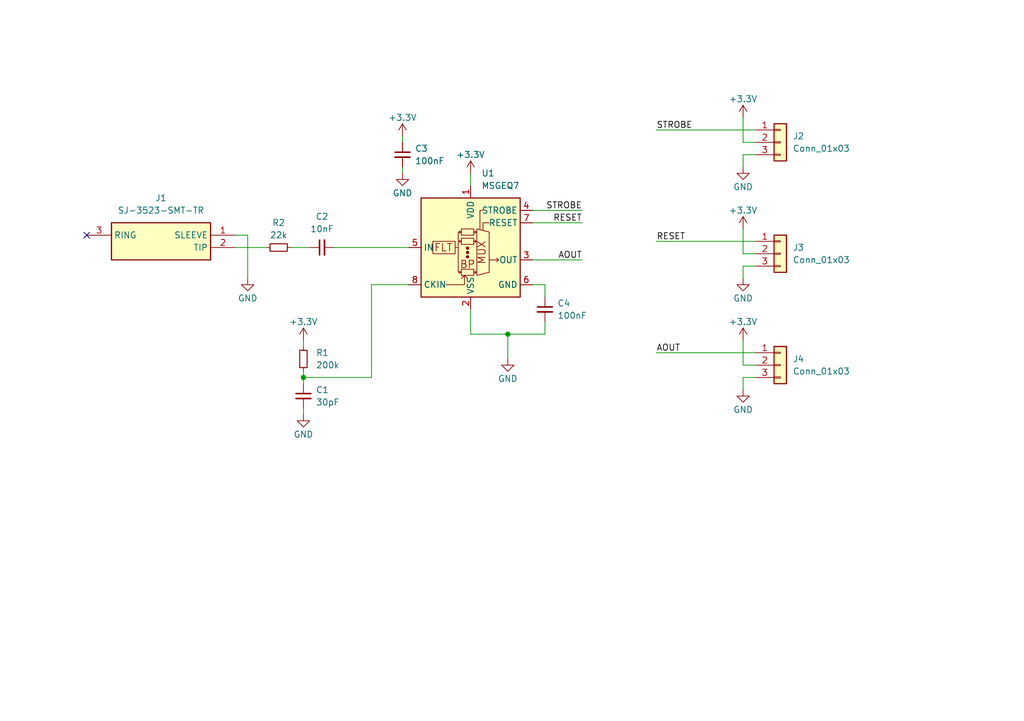
<source format=kicad_sch>
(kicad_sch (version 20231120) (generator "eeschema") (generator_version "8.0")
  (paper "A5")
  (lib_symbols
    (symbol "Appreciate:SJ-3523-SMT-TR"
      (property "Reference" "J" (at 26.67 7.62 0))
      (property "Value" "SJ-3523-SMT-TR" (at 26.67 5.08 0))
      (symbol "SJ-3523-SMT-TR_1_1"
        (rectangle (start 5.08 2.54) (end 25.4 -5.08) (stroke (width 0.254)) (fill (type background)))
        (pin passive line (at 0 0 0) (length 5.08) (name "SLEEVE") (number "1"))
        (pin passive line (at 0 -2.54 0) (length 5.08) (name "TIP") (number "2"))
        (pin passive line (at 30.48 0 180) (length 5.08) (name "RING") (number "3"))
      )
    )
    (symbol "Audio:MSGEQ7"
      (property "Reference" "U" (at -2.54 13.97 0))
      (property "Value" "MSGEQ7" (at -2.54 11.43 0))
      (symbol "MSGEQ7_0_0"
        (polyline (pts (xy -5.08 -7.62) (xy -1.27 -7.62) (xy -1.27 -5.715)))
        (polyline (pts (xy -1.905 -6.35) (xy -1.27 -5.715) (xy -0.635 -6.35)))
        (polyline (pts (xy 2.54 7.62) (xy 1.905 7.62) (xy 1.905 3.683)))
        (polyline (pts (xy 3.81 5.08) (xy 2.54 5.08) (xy 2.54 3.556)))
        (text "BP" (at -0.635 -3.429 0) (effects (font (size 1.524 1.524))))
        (text "FLT" (at -5.588 0 0) (effects (font (size 1.524 1.524))))
        (text "MUX" (at 2.286 -1.016 900) (effects (font (size 1.524 1.524))))
      )
      (symbol "MSGEQ7_0_1"
        (rectangle (start -3.175 -1.27) (end -7.747 1.27))
        (rectangle (start -1.905 -4.445) (end 0.635 -5.715))
        (rectangle (start -1.905 1.905) (end 0.635 0.635))
        (circle (center -0.635 -1.905) (radius 0.254) (fill (type outline)))
        (circle (center -0.635 -1.016) (radius 0.254) (fill (type outline)))
        (circle (center -0.635 -0.127) (radius 0.254) (fill (type outline)))
        (polyline (pts (xy -3.175 0) (xy -2.54 0)))
        (polyline (pts (xy -2.54 1.27) (xy -1.905 1.27)))
        (polyline (pts (xy 0.635 -5.08) (xy 1.27 -5.08)))
        (polyline (pts (xy 0.635 1.27) (xy 1.27 1.27)))
        (polyline (pts (xy 0.635 3.175) (xy 1.27 3.175)))
        (polyline (pts (xy 3.81 -2.54) (xy 5.715 -2.54)))
        (polyline (pts (xy 5.715 -2.54) (xy 5.334 -2.921)))
        (polyline (pts (xy 5.715 -2.54) (xy 5.334 -2.159)))
        (polyline (pts (xy -2.286 -4.826) (xy -2.032 -5.08) (xy -2.286 -5.334)))
        (polyline (pts (xy -2.286 1.524) (xy -2.032 1.27) (xy -2.286 1.016)))
        (polyline (pts (xy -2.286 3.429) (xy -2.032 3.175) (xy -2.286 2.921)))
        (polyline (pts (xy 0.889 -4.826) (xy 1.143 -5.08) (xy 0.889 -5.334)))
        (polyline (pts (xy 0.889 1.524) (xy 1.143 1.27) (xy 0.889 1.016)))
        (polyline (pts (xy 0.889 3.429) (xy 1.143 3.175) (xy 0.889 2.921)))
        (polyline (pts (xy -1.905 3.175) (xy -2.54 3.175) (xy -2.54 -5.08) (xy -1.905 -5.08)))
        (polyline (pts (xy 1.27 3.81) (xy 1.27 -5.715) (xy 3.81 -5.08) (xy 3.81 3.175) (xy 1.27 3.81)))
        (rectangle (start 0.635 2.54) (end -1.905 3.81))
        (rectangle (start 10.16 10.16) (end -10.16 -10.16) (stroke (width 0.254)) (fill (type background)))
      )
      (symbol "MSGEQ7_1_1"
        (pin power_in line (at 0 12.7 270) (length 2.54) (name "VDD") (number "1"))
        (pin power_in line (at 0 -12.7 90) (length 2.54) (name "VSS") (number "2"))
        (pin output line (at 12.7 -2.54 180) (length 2.54) (name "OUT") (number "3"))
        (pin input line (at 12.7 7.62 180) (length 2.54) (name "STROBE") (number "4"))
        (pin input line (at -12.7 0 0) (length 2.54) (name "IN") (number "5"))
        (pin power_out line (at 12.7 -7.62 180) (length 2.54) (name "GND") (number "6"))
        (pin input line (at 12.7 5.08 180) (length 2.54) (name "RESET") (number "7"))
        (pin input line (at -12.7 -7.62 0) (length 2.54) (name "CKIN") (number "8"))
      )
    )
    (symbol "Connector_Generic:Conn_01x03" (pin_names (offset 1.016) hide)
      (property "Reference" "J" (at 0 5.08 0))
      (property "Value" "Conn_01x03" (at 0 -5.08 0))
      (symbol "Conn_01x03_1_1"
        (rectangle (start -1.27 -2.413) (end 0 -2.667) (stroke (width 0.1524)))
        (rectangle (start -1.27 0.127) (end 0 -0.127) (stroke (width 0.1524)))
        (rectangle (start -1.27 2.667) (end 0 2.413) (stroke (width 0.1524)))
        (rectangle (start -1.27 3.81) (end 1.27 -3.81) (stroke (width 0.254)) (fill (type background)))
        (pin passive line (at -5.08 2.54 0) (length 3.81) (name "Pin_1") (number "1"))
        (pin passive line (at -5.08 0 0) (length 3.81) (name "Pin_2") (number "2"))
        (pin passive line (at -5.08 -2.54 0) (length 3.81) (name "Pin_3") (number "3"))
      )
    )
    (symbol "Device:C_Small" (pin_numbers hide) (pin_names (offset 0.254) hide)
      (property "Reference" "C" (at 0.254 1.778 0))
      (property "Value" "C_Small" (at 0.254 -2.032 0))
      (symbol "C_Small_0_1"
        (polyline (pts (xy -1.524 -0.508) (xy 1.524 -0.508)) (stroke (width 0.3302)))
        (polyline (pts (xy -1.524 0.508) (xy 1.524 0.508)) (stroke (width 0.3048)))
      )
      (symbol "C_Small_1_1"
        (pin passive line (at 0 2.54 270) (length 2.032) (name "~") (number "1"))
        (pin passive line (at 0 -2.54 90) (length 2.032) (name "~") (number "2"))
      )
    )
    (symbol "Device:R_Small" (pin_numbers hide) (pin_names (offset 0.254) hide)
      (property "Reference" "R" (at 0.762 0.508 0))
      (property "Value" "R_Small" (at 0.762 -1.016 0))
      (symbol "R_Small_0_1"
        (rectangle (start -0.762 1.778) (end 0.762 -1.778) (stroke (width 0.2032)))
      )
      (symbol "R_Small_1_1"
        (pin passive line (at 0 2.54 270) (length 0.762) (name "~") (number "1"))
        (pin passive line (at 0 -2.54 90) (length 0.762) (name "~") (number "2"))
      )
    )
    (symbol "power:+3.3V" (power) (pin_numbers hide) (pin_names (offset 0) hide)
      (property "Value" "+3.3V" (at 0 3.556 0))
      (symbol "+3.3V_0_1"
        (polyline (pts (xy -0.762 1.27) (xy 0 2.54)))
        (polyline (pts (xy 0 0) (xy 0 2.54)))
        (polyline (pts (xy 0 2.54) (xy 0.762 1.27)))
      )
      (symbol "+3.3V_1_1"
        (pin power_in line (at 0 0 90) (length 0) (name "~") (number "1"))
      )
    )
    (symbol "power:GND" (power) (pin_numbers hide) (pin_names (offset 0) hide)
      (property "Value" "GND" (at 0 -3.81 0))
      (symbol "GND_0_1"
        (polyline (pts (xy 0 0) (xy 0 -1.27) (xy 1.27 -1.27) (xy 0 -2.54) (xy -1.27 -1.27) (xy 0 -1.27)))
      )
      (symbol "GND_1_1"
        (pin power_in line (at 0 0 270) (length 0) (name "~") (number "1"))
      )
    )
  )
  (junction (at 62.23 77.47))
  (junction (at 104.14 68.58))
  (no_connect (at 17.78 48.26))
  (wire (pts (xy 96.52 63.5) (xy 96.52 68.58)))
  (wire (pts (xy 62.23 69.85) (xy 62.23 71.12)))
  (wire (pts (xy 109.22 43.18) (xy 119.38 43.18)))
  (wire (pts (xy 111.76 66.04) (xy 111.76 68.58)))
  (wire (pts (xy 134.62 26.67) (xy 154.94 26.67)))
  (wire (pts (xy 96.52 35.56) (xy 96.52 38.1)))
  (wire (pts (xy 134.62 49.53) (xy 154.94 49.53)))
  (wire (pts (xy 152.4 54.61) (xy 154.94 54.61)))
  (wire (pts (xy 152.4 57.15) (xy 152.4 54.61)))
  (wire (pts (xy 134.62 72.39) (xy 154.94 72.39)))
  (wire (pts (xy 154.94 74.93) (xy 152.4 74.93)))
  (wire (pts (xy 109.22 53.34) (xy 119.38 53.34)))
  (wire (pts (xy 62.23 77.47) (xy 62.23 78.74)))
  (wire (pts (xy 152.4 69.85) (xy 152.4 74.93)))
  (wire (pts (xy 152.4 77.47) (xy 154.94 77.47)))
  (wire (pts (xy 111.76 58.42) (xy 111.76 60.96)))
  (wire (pts (xy 68.58 50.8) (xy 83.82 50.8)))
  (wire (pts (xy 152.4 24.13) (xy 152.4 29.21)))
  (wire (pts (xy 83.82 58.42) (xy 76.2 58.42)))
  (wire (pts (xy 76.2 58.42) (xy 76.2 77.47)))
  (wire (pts (xy 59.69 50.8) (xy 63.5 50.8)))
  (wire (pts (xy 104.14 68.58) (xy 111.76 68.58)))
  (wire (pts (xy 154.94 29.21) (xy 152.4 29.21)))
  (wire (pts (xy 50.8 48.26) (xy 50.8 57.15)))
  (wire (pts (xy 152.4 46.99) (xy 152.4 52.07)))
  (wire (pts (xy 152.4 34.29) (xy 152.4 31.75)))
  (wire (pts (xy 152.4 80.01) (xy 152.4 77.47)))
  (wire (pts (xy 154.94 52.07) (xy 152.4 52.07)))
  (wire (pts (xy 82.55 27.94) (xy 82.55 29.21)))
  (wire (pts (xy 109.22 45.72) (xy 119.38 45.72)))
  (wire (pts (xy 104.14 68.58) (xy 104.14 73.66)))
  (wire (pts (xy 62.23 76.2) (xy 62.23 77.47)))
  (wire (pts (xy 109.22 58.42) (xy 111.76 58.42)))
  (wire (pts (xy 104.14 68.58) (xy 96.52 68.58)))
  (wire (pts (xy 82.55 34.29) (xy 82.55 35.56)))
  (wire (pts (xy 48.26 50.8) (xy 54.61 50.8)))
  (wire (pts (xy 76.2 77.47) (xy 62.23 77.47)))
  (wire (pts (xy 62.23 83.82) (xy 62.23 85.09)))
  (wire (pts (xy 48.26 48.26) (xy 50.8 48.26)))
  (wire (pts (xy 152.4 31.75) (xy 154.94 31.75)))
  (label "RESET" (at 134.62 49.53 0))
  (label "AOUT" (at 134.62 72.39 0))
  (label "STROBE" (at 119.38 43.18 180))
  (label "STROBE" (at 134.62 26.67 0))
  (label "RESET" (at 119.38 45.72 180))
  (label "AOUT" (at 119.38 53.34 180))
  (symbol (lib_id "Appreciate:SJ-3523-SMT-TR") (at 48.26 48.26 0) (mirror y) (unit 1)
    (property "Reference" "J1" (at 33.02 40.64 0))
    (property "Value" "SJ-3523-SMT-TR" (at 33.02 43.18 0))
    (property "Footprint" "Appreciate:SJ3523SMTTR" (effects (hide yes)))
    (property "Datasheet" "https://www.sameskydevices.com/product/resource/sj-352x-smt.pdf" (effects (hide yes)))
    (property "Description" "3.5 mm, Stereo, Right Angle, Surface Mount (SMT), 3 Conductors, 0 Internal Switches, Audio Jack Connector" (effects (hide yes)))
    (property "Height" "5.2" (effects (hide yes)))
    (property "Manufacturer_Name" "Same Sky" (effects (hide yes)))
    (property "Manufacturer_Part_Number" "SJ-3523-SMT-TR" (effects (hide yes)))
    (property "Mouser Part Number" "490-SJ-3523-SMT-TR" (effects (hide yes)))
    (property "Mouser Price/Stock" "https://www.mouser.co.uk/ProductDetail/CUI-Devices/SJ-3523-SMT-TR?qs=WyjlAZoYn51zOHzJ3r4ZRA%3D%3D" (effects (hide yes)))
    (property "Arrow Part Number" "SJ-3523-SMT-TR" (effects (hide yes)))
    (property "Arrow Price/Stock" "https://www.arrow.com/en/products/sj-3523-smt-tr/cui-devices?utm_currency=USD&region=europe" (effects (hide yes)))
  )
  (symbol (lib_id "Device:C_Small") (at 66.04 50.8 90) (unit 1)
    (property "Reference" "C2" (at 66.0463 44.45 90))
    (property "Value" "10nF" (at 66.0463 46.99 90))
    (property "Footprint" "Capacitor_SMD:C_0805_2012Metric" (effects (hide yes)))
    (property "Description" "Unpolarized capacitor, small symbol" (effects (hide yes)))
  )
  (symbol (lib_id "Device:C_Small") (at 111.76 63.5 0) (unit 1)
    (property "Reference" "C4" (at 114.3 62.2362 0) (effects (justify left)))
    (property "Value" "100nF" (at 114.3 64.7762 0) (effects (justify left)))
    (property "Footprint" "Capacitor_SMD:C_0805_2012Metric" (effects (hide yes)))
    (property "Description" "Unpolarized capacitor, small symbol" (effects (hide yes)))
  )
  (symbol (lib_id "power:GND") (at 104.14 73.66 0) (unit 1)
    (property "Reference" "#PWR012" (effects (hide yes)))
    (property "Value" "GND" (at 104.14 77.724 0))
    (property "Description" "Power symbol creates a global label with name \"GND\" , ground" (effects (hide yes)))
  )
  (symbol (lib_id "Device:C_Small") (at 82.55 31.75 0) (unit 1)
    (property "Reference" "C3" (at 85.09 30.4862 0) (effects (justify left)))
    (property "Value" "100nF" (at 85.09 33.0262 0) (effects (justify left)))
    (property "Footprint" "Capacitor_SMD:C_0805_2012Metric" (effects (hide yes)))
    (property "Description" "Unpolarized capacitor, small symbol" (effects (hide yes)))
  )
  (symbol (lib_id "power:+3.3V") (at 152.4 24.13 0) (unit 1)
    (property "Reference" "#PWR04" (effects (hide yes)))
    (property "Value" "+3.3V" (at 152.4 20.32 0))
    (property "Description" "Power symbol creates a global label with name \"+3.3V\"" (effects (hide yes)))
  )
  (symbol (lib_id "power:GND") (at 82.55 35.56 0) (unit 1)
    (property "Reference" "#PWR011" (effects (hide yes)))
    (property "Value" "GND" (at 82.55 39.624 0))
    (property "Description" "Power symbol creates a global label with name \"GND\" , ground" (effects (hide yes)))
  )
  (symbol (lib_id "Connector_Generic:Conn_01x03") (at 160.02 29.21 0) (unit 1)
    (property "Reference" "J2" (at 162.56 27.9399 0) (effects (justify left)))
    (property "Value" "Conn_01x03" (at 162.56 30.4799 0) (effects (justify left)))
    (property "Footprint" "Connector_PinHeader_2.54mm:PinHeader_1x03_P2.54mm_Vertical" (effects (hide yes)))
    (property "Description" "Generic connector, single row, 01x03, script generated (kicad-library-utils/schlib/autogen/connector/)" (effects (hide yes)))
  )
  (symbol (lib_id "power:+3.3V") (at 152.4 46.99 0) (unit 1)
    (property "Reference" "#PWR06" (effects (hide yes)))
    (property "Value" "+3.3V" (at 152.4 43.18 0))
    (property "Description" "Power symbol creates a global label with name \"+3.3V\"" (effects (hide yes)))
  )
  (symbol (lib_id "Device:C_Small") (at 62.23 81.28 0) (unit 1)
    (property "Reference" "C1" (at 64.77 80.0162 0) (effects (justify left)))
    (property "Value" "30pF" (at 64.77 82.5562 0) (effects (justify left)))
    (property "Footprint" "Capacitor_SMD:C_0805_2012Metric" (effects (hide yes)))
    (property "Description" "Unpolarized capacitor, small symbol" (effects (hide yes)))
  )
  (symbol (lib_id "Audio:MSGEQ7") (at 96.52 50.8 0) (unit 1)
    (property "Reference" "U1" (at 98.7141 35.56 0) (effects (justify left)))
    (property "Value" "MSGEQ7" (at 98.7141 38.1 0) (effects (justify left)))
    (property "Footprint" "Package_DIP:DIP-8_W7.62mm_LongPads" (effects (hide yes)))
    (property "Datasheet" "http://mix-sig.com/images/datasheets/MSGEQ7.pdf" (effects (hide yes)))
    (property "Description" "Seven Band Graphic Equalizer, DIP-8/SOIC-8" (effects (hide yes)))
  )
  (symbol (lib_id "power:+3.3V") (at 152.4 69.85 0) (unit 1)
    (property "Reference" "#PWR08" (effects (hide yes)))
    (property "Value" "+3.3V" (at 152.4 66.04 0))
    (property "Description" "Power symbol creates a global label with name \"+3.3V\"" (effects (hide yes)))
  )
  (symbol (lib_id "Connector_Generic:Conn_01x03") (at 160.02 52.07 0) (unit 1)
    (property "Reference" "J3" (at 162.56 50.7999 0) (effects (justify left)))
    (property "Value" "Conn_01x03" (at 162.56 53.3399 0) (effects (justify left)))
    (property "Footprint" "Connector_PinHeader_2.54mm:PinHeader_1x03_P2.54mm_Vertical" (effects (hide yes)))
    (property "Description" "Generic connector, single row, 01x03, script generated (kicad-library-utils/schlib/autogen/connector/)" (effects (hide yes)))
  )
  (symbol (lib_id "Device:R_Small") (at 62.23 73.66 0) (unit 1)
    (property "Reference" "R1" (at 64.77 72.3899 0) (effects (justify left)))
    (property "Value" "200k" (at 64.77 74.9299 0) (effects (justify left)))
    (property "Footprint" "Resistor_SMD:R_0805_2012Metric" (effects (hide yes)))
    (property "Description" "Resistor, small symbol" (effects (hide yes)))
  )
  (symbol (lib_id "power:GND") (at 50.8 57.15 0) (unit 1)
    (property "Reference" "#PWR03" (effects (hide yes)))
    (property "Value" "GND" (at 50.8 61.214 0))
    (property "Description" "Power symbol creates a global label with name \"GND\" , ground" (effects (hide yes)))
  )
  (symbol (lib_id "power:+3.3V") (at 82.55 27.94 0) (unit 1)
    (property "Reference" "#PWR010" (effects (hide yes)))
    (property "Value" "+3.3V" (at 82.55 24.13 0))
    (property "Description" "Power symbol creates a global label with name \"+3.3V\"" (effects (hide yes)))
  )
  (symbol (lib_id "power:+3.3V") (at 96.52 35.56 0) (unit 1)
    (property "Reference" "#PWR013" (effects (hide yes)))
    (property "Value" "+3.3V" (at 96.52 31.75 0))
    (property "Description" "Power symbol creates a global label with name \"+3.3V\"" (effects (hide yes)))
  )
  (symbol (lib_id "power:GND") (at 152.4 80.01 0) (unit 1)
    (property "Reference" "#PWR09" (effects (hide yes)))
    (property "Value" "GND" (at 152.4 84.074 0))
    (property "Description" "Power symbol creates a global label with name \"GND\" , ground" (effects (hide yes)))
  )
  (symbol (lib_id "Connector_Generic:Conn_01x03") (at 160.02 74.93 0) (unit 1)
    (property "Reference" "J4" (at 162.56 73.6599 0) (effects (justify left)))
    (property "Value" "Conn_01x03" (at 162.56 76.1999 0) (effects (justify left)))
    (property "Footprint" "Connector_PinHeader_2.54mm:PinHeader_1x03_P2.54mm_Vertical" (effects (hide yes)))
    (property "Description" "Generic connector, single row, 01x03, script generated (kicad-library-utils/schlib/autogen/connector/)" (effects (hide yes)))
  )
  (symbol (lib_id "power:GND") (at 152.4 34.29 0) (unit 1)
    (property "Reference" "#PWR05" (effects (hide yes)))
    (property "Value" "GND" (at 152.4 38.354 0))
    (property "Description" "Power symbol creates a global label with name \"GND\" , ground" (effects (hide yes)))
  )
  (symbol (lib_id "Device:R_Small") (at 57.15 50.8 90) (unit 1)
    (property "Reference" "R2" (at 57.15 45.72 90))
    (property "Value" "22k" (at 57.15 48.26 90))
    (property "Footprint" "Resistor_SMD:R_0805_2012Metric" (effects (hide yes)))
    (property "Description" "Resistor, small symbol" (effects (hide yes)))
  )
  (symbol (lib_id "power:GND") (at 62.23 85.09 0) (unit 1)
    (property "Reference" "#PWR02" (effects (hide yes)))
    (property "Value" "GND" (at 62.23 89.154 0))
    (property "Description" "Power symbol creates a global label with name \"GND\" , ground" (effects (hide yes)))
  )
  (symbol (lib_id "power:GND") (at 152.4 57.15 0) (unit 1)
    (property "Reference" "#PWR07" (effects (hide yes)))
    (property "Value" "GND" (at 152.4 61.214 0))
    (property "Description" "Power symbol creates a global label with name \"GND\" , ground" (effects (hide yes)))
  )
  (symbol (lib_id "power:+3.3V") (at 62.23 69.85 0) (unit 1)
    (property "Reference" "#PWR01" (effects (hide yes)))
    (property "Value" "+3.3V" (at 62.23 66.04 0))
    (property "Description" "Power symbol creates a global label with name \"+3.3V\"" (effects (hide yes)))
  )
)
</source>
